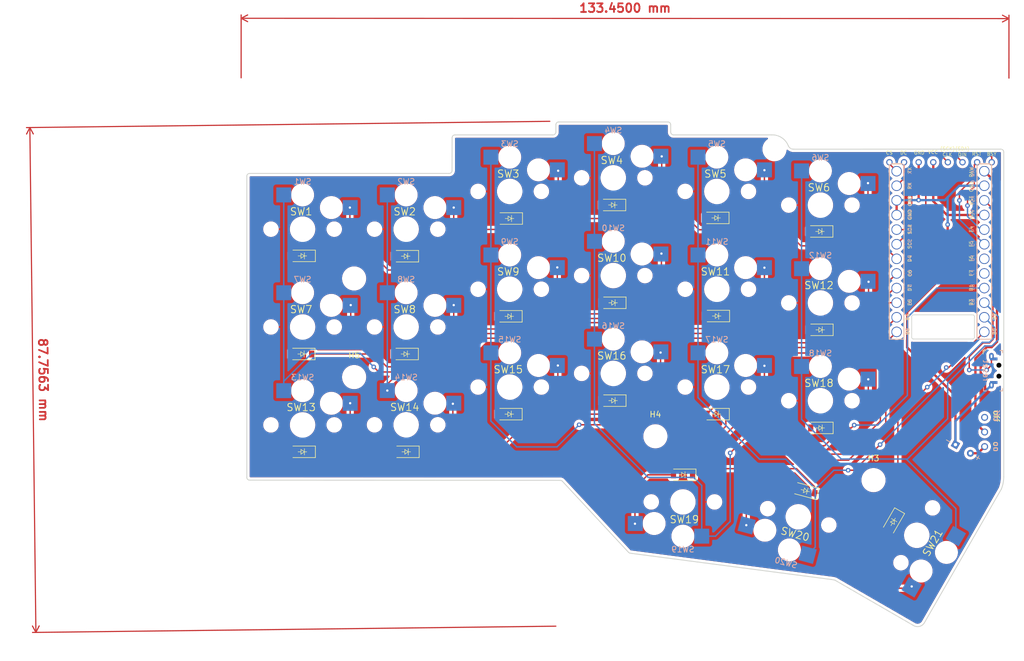
<source format=kicad_pcb>
(kicad_pcb (version 20211014) (generator pcbnew)
  (layers (0 "F.Cu" signal) (31 "B.Cu" signal) (34 "B.Paste" user) (35 "F.Paste" user) (36 "B.SilkS" user "B.Silkscreen") (37 "F.SilkS" user "F.Silkscreen") (38 "B.Mask" user) (39 "F.Mask" user) (44 "Edge.Cuts" user))
  (net 0 "")
  (net 1 "VBat")
  (net 2 "GND")
  (net 3 "row1")
  (net 4 "Net-(D1-Pad2)")
  (net 5 "Net-(D2-Pad2)")
  (net 6 "Net-(D3-Pad2)")
  (net 7 "Net-(D4-Pad2)")
  (net 8 "Net-(D5-Pad2)")
  (net 9 "Net-(D6-Pad2)")
  (net 10 "row2")
  (net 11 "Net-(D7-Pad2)")
  (net 12 "Net-(D8-Pad2)")
  (net 13 "Net-(D9-Pad2)")
  (net 14 "Net-(D10-Pad2)")
  (net 15 "Net-(D11-Pad2)")
  (net 16 "Net-(D12-Pad2)")
  (net 17 "row3")
  (net 18 "Net-(D13-Pad2)")
  (net 19 "Net-(D14-Pad2)")
  (net 20 "Net-(D15-Pad2)")
  (net 21 "Net-(D16-Pad2)")
  (net 22 "Net-(D17-Pad2)")
  (net 23 "Net-(D18-Pad2)")
  (net 24 "row4")
  (net 25 "Net-(D19-Pad2)")
  (net 26 "Net-(D20-Pad2)")
  (net 27 "Net-(D21-Pad2)")
  (net 28 "bsy")
  (net 29 "clk")
  (net 30 "cs")
  (net 31 "dc")
  (net 32 "din")
  (net 33 "rst")
  (net 34 "VCC")
  (net 35 "col1")
  (net 36 "col2")
  (net 37 "col3")
  (net 38 "col4")
  (net 39 "col5")
  (net 40 "col6")
  (net 42 "VRaw")
  (net 43 "reset")
  (footprint "MountingHole:MountingHole_3.2mm_M3_DIN965" (layer "F.Cu") (at 149.45 108.95)
    (fp_text reference "H4")
    (fp_text value "MountingHole")
  )
  (footprint "mylib:Diode" (layer "F.Cu") (at 88.1 77.6 180)
    (fp_text reference "D1" hide)
    (fp_text value "1N4148W" hide)
  )
  (footprint "mylib:Diode" (layer "F.Cu") (at 178.1 90.45 180)
    (fp_text reference "D12" hide)
    (fp_text value "1N4148W" hide)
  )
  (footprint "mylib:Kailh_Choc_Hotplug" (layer "F.Cu") (at 142.132 64.029069)
    (fp_text reference "SW4")
    (fp_text value "SW_PUSH-kbd" hide)
  )
  (footprint "mylib:Kailh_Choc_Hotplug" (layer "F.Cu") (at 178.132 68.769069)
    (fp_text reference "SW6")
    (fp_text value "SW_PUSH-kbd" hide)
  )
  (footprint "mylib:Kailh_Choc_Hotplug" (layer "F.Cu") (at 88.132 106.969069)
    (fp_text reference "SW13")
    (fp_text value "SW_PUSH-kbd" hide)
  )
  (footprint "mylib:Kailh_Choc_Hotplug" (layer "F.Cu") (at 88.132 89.949069)
    (fp_text reference "SW7")
    (fp_text value "SW_PUSH-kbd" hide)
  )
  (footprint "mylib:SW_Reset_vertical" (layer "F.Cu") (at 210.005 97.55 -90)
    (fp_text reference "SW_Reset1" hide)
    (fp_text value "SW_RESET-kbd" hide)
  )
  (footprint "mylib:Diode" (layer "F.Cu") (at 178.05 73.35 180)
    (fp_text reference "D6" hide)
    (fp_text value "1N4148W" hide)
  )
  (footprint "mylib:Kailh_Choc_Hotplug" (layer "F.Cu") (at 160.132 66.389069)
    (fp_text reference "SW5")
    (fp_text value "SW_PUSH-kbd" hide)
  )
  (footprint "mylib:Diode" (layer "F.Cu") (at 124.05 88.1 180)
    (fp_text reference "D9" hide)
    (fp_text value "1N4148W" hide)
  )
  (footprint "mylib:Kailh_Choc_Hotplug" (layer "F.Cu") (at 178.132 85.769069)
    (fp_text reference "SW12")
    (fp_text value "SW_PUSH-kbd" hide)
  )
  (footprint "mylib:Diode" (layer "F.Cu") (at 124.05 105.1 180)
    (fp_text reference "D15" hide)
    (fp_text value "1N4148W" hide)
  )
  (footprint "mylib:Diode" (layer "F.Cu") (at 124.1 71.1 180)
    (fp_text reference "D3" hide)
    (fp_text value "1N4148W" hide)
  )
  (footprint "mylib:Diode" (layer "F.Cu") (at 106.15 111.65 180)
    (fp_text reference "D14" hide)
    (fp_text value "1N4148W" hide)
  )
  (footprint "mylib:Kailh_Choc_Hotplug" (layer "F.Cu") (at 88.132 72.949069)
    (fp_text reference "SW1")
    (fp_text value "SW_PUSH-kbd" hide)
  )
  (footprint "mylib:Kailh_Choc_Hotplug" (layer "F.Cu") (at 160.132 100.394069)
    (fp_text reference "SW17")
    (fp_text value "SW_PUSH-kbd" hide)
  )
  (footprint "MountingHole:MountingHole_3.2mm_M3_DIN965" (layer "F.Cu") (at 97.092 81.519069)
    (fp_text reference "H1" hide)
    (fp_text value "MountingHole" hide)
  )
  (footprint "mylib:Kailh_Choc_Hotplug" (layer "F.Cu") (at 174.282 122.949069 165)
    (fp_text reference "SW20")
    (fp_text value "SW_PUSH-kbd" hide)
  )
  (footprint "mylib:Kailh_Choc_Hotplug" (layer "F.Cu") (at 154.232 120.359069 180)
    (fp_text reference "SW19")
    (fp_text value "SW_PUSH-kbd" hide)
  )
  (footprint "mylib:Kailh_Choc_Hotplug" (layer "F.Cu") (at 124.132 100.394069)
    (fp_text reference "SW15")
    (fp_text value "SW_PUSH-kbd" hide)
  )
  (footprint "mylib:Diode" (layer "F.Cu") (at 142.1 102.75 180)
    (fp_text reference "D16" hide)
    (fp_text value "1N4148W" hide)
  )
  (footprint "MountingHole:MountingHole_3.2mm_M3_DIN965" (layer "F.Cu") (at 170.15 59.05)
    (fp_text reference "H2" hide)
    (fp_text value "MountingHole" hide)
  )
  (footprint "mylib:Kailh_Choc_Hotplug" (layer "F.Cu") (at 106.132 106.954069)
    (fp_text reference "SW14")
    (fp_text value "SW_PUSH-kbd" hide)
  )
  (footprint "mylib:Diode" (layer "F.Cu") (at 88.05 94.65 180)
    (fp_text reference "D7" hide)
    (fp_text value "1N4148W" hide)
  )
  (footprint "mylib:Diode" (layer "F.Cu") (at 88.1 111.65 180)
    (fp_text reference "D13" hide)
    (fp_text value "1N4148W" hide)
  )
  (footprint "mylib:ProMicro_BackMount" (layer "F.Cu") (at 199 76.8375)
    (fp_text reference "U1" hide)
    (fp_text value "ProMicro-kbd")
    (fp_line (start -4.7 11) (end 5.6 11) (layer "Edge.Cuts") (width 0.12))
    (fp_line (start 5.9 11.3) (end 5.9 14.9) (layer "Edge.Cuts") (width 0.12))
    (fp_line (start -4.7 15.2) (end 5.6 15.2) (layer "Edge.Cuts") (width 0.12))
    (fp_line (start -5 11.3) (end -5 14.9) (layer "Edge.Cuts") (width 0.12))
    (fp_arc (start -5 11.3) (mid -4.912132 11.087868) (end -4.7 11) (layer "Edge.Cuts") (width 0.12))
    (fp_arc (start -4.7 15.2) (mid -4.912132 15.112132) (end -5 14.9) (layer "Edge.Cuts") (width 0.12))
    (fp_arc (start 5.9 14.9) (mid 5.812132 15.112132) (end 5.6 15.2) (layer "Edge.Cuts") (width 0.12))
    (fp_arc (start 5.6 11) (mid 5.812132 11.087868) (end 5.9 11.3) (layer "Edge.Cuts") (width 0.12))
  )
  (footprint "mylib:Kailh_Choc_Hotplug" (layer "F.Cu") (at 194.882 126.159069 -120)
    (fp_text reference "SW21")
    (fp_text value "SW_PUSH-kbd" hide)
  )
  (footprint "mylib:Diode" (layer "F.Cu") (at 142.1 85.75 180)
    (fp_text reference "D10" hide)
    (fp_text value "1N4148W" hide)
  )
  (footprint "mylib:Kailh_Choc_Hotplug" (layer "F.Cu") (at 142.132 98.019069)
    (fp_text reference "SW16")
    (fp_text value "SW_PUSH-kbd" hide)
  )
  (footprint "mylib:Diode" (layer "F.Cu") (at 106.05 77.65 180)
    (fp_text reference "D2" hide)
    (fp_text value "1N4148W" hide)
  )
  (footprint "mylib:Diode" (layer "F.Cu") (at 190.775 123.828942 -120)
    (fp_text reference "D21" hide)
    (fp_text value "1N4148W" hide)
  )
  (footprint "mylib:Kailh_Choc_Hotplug" (layer "F.Cu") (at 106.132 89.949069)
    (fp_text reference "SW8")
    (fp_text value "SW_PUSH-kbd" hide)
  )
  (footprint "mylib:Diode" (layer "F.Cu") (at 175.5 118.4 165)
    (fp_text reference "D20" hide)
    (fp_text value "1N4148W" hide)
  )
  (footprint "mylib:Kailh_Choc_Hotplug" (layer "F.Cu") (at 142.132 81.019069)
    (fp_text reference "SW10")
    (fp_text value "SW_PUSH-kbd" hide)
  )
  (footprint "mylib:Diode" (layer "F.Cu") (at 142.05 68.75 180)
    (fp_text reference "D4" hide)
    (fp_text value "1N4148W" hide)
  )
  (footprint "mylib:Diode" (layer "F.Cu") (at 160.05 105.1 180)
    (fp_text reference "D17" hide)
    (fp_text value "1N4148W" hide)
  )
  (footprint "MountingHole:MountingHole_3.2mm_M3_DIN965" (layer "F.Cu") (at 97.092 98.659069)
    (fp_text reference "H5")
    (fp_text value "MountingHole")
  )
  (footprint "mylib:Diode" (layer "F.Cu") (at 154.25 115.65 180)
    (fp_text reference "D19" hide)
    (fp_text value "1N4148W" hide)
  )
  (footprint "mylib:Kailh_Choc_Hotplug" (layer "F.Cu") (at 178.132 102.769069)
    (fp_text reference "SW18")
    (fp_text value "SW_PUSH-kbd" hide)
  )
  (footprint "mylib:Battery_pads_reversible" (layer "F.Cu") (at 202.9 111.15 150)
    (fp_text reference "Bat_main1" hide)
    (fp_text value "Conn_Battery_solderable" hide)
  )
  (footprint "mylib:Kailh_Choc_Hotplug" (layer "F.Cu") (at 124.132 66.389069)
    (fp_text reference "SW3")
    (fp_text value "SW_PUSH-kbd" hide)
  )
  (footprint "mylib:Diode" (layer "F.Cu") (at 160 71 180)
    (fp_text reference "D5" hide)
    (fp_text value "1N4148W" hide)
  )
  (footprint "MountingHole:MountingHole_3.2mm_M3_DIN965" (layer "F.Cu") (at 187.362 116.569069)
    (fp_text reference "H3")
    (fp_text value "MountingHole")
  )
  (footprint "mylib:Kailh_Choc_Hotplug" (layer "F.Cu") (at 124.132 83.389069)
    (fp_text reference "SW9")
    (fp_text value "SW_PUSH-kbd" hide)
  )
  (footprint "mylib:Diode" (layer "F.Cu") (at 106 94.65 180)
    (fp_text reference "D8" hide)
    (fp_text value "1N4148W" hide)
  )
  (footprint "mylib:Diode" (layer "F.Cu") (at 160.1 88.05 180)
    (fp_text reference "D11" hide)
    (fp_text value "1N4148W" hide)
  )
  (footprint "mylib:SW_BSI10" (layer "F.Cu") (at 209.975 108.204 -90)
    (fp_text reference "SW_Power1" hide)
    (fp_text value "SW_Battery-kbd" hide)
  )
  (footprint "mylib:Conn_EPD" (layer "F.Cu") (at 199 61.976 180)
    (fp_text reference "Display1" hide)
    (fp_text value "Conn_Display_general" hide)
  )
  (footprint "mylib:Diode" (layer "F.Cu") (at 178.1 107.5 180)
    (fp_text reference "D18" hide)
    (fp_text value "1N4148W" hide)
  )
  (footprint "mylib:Kailh_Choc_Hotplug" (layer "F.Cu") (at 160.132 83.389069)
    (fp_text reference "SW11")
    (fp_text value "SW_PUSH-kbd" hide)
  )
  (footprint "mylib:Kailh_Choc_Hotplug" (layer "F.Cu") (at 106.132 72.949069)
    (fp_text reference "SW2")
    (fp_text value "SW_PUSH-kbd" hide)
  )
  (gr_line (start 151.61152 54.313089) (end 132.65152 54.313089) (layer "Edge.Cuts") (width 0.15))
  (gr_line (start 196.172 141.419069) (end 209.58 118.13) (layer "Edge.Cuts") (width 0.15))
  (gr_line (start 131.65152 56.563089) (end 114.62152 56.563089) (layer "Edge.Cuts") (width 0.15))
  (gr_arc (start 132.922 116.609069) (mid 133.100083 116.641855) (end 133.254807 116.735921) (layer "Edge.Cuts") (width 0.15))
  (gr_arc (start 78.432 63.759069) (mid 78.578447 63.405516) (end 78.932 63.259069) (layer "Edge.Cuts") (width 0.15))
  (gr_arc (start 145.067863 129.274046) (mid 144.918921 129.22251) (end 144.792 129.129069) (layer "Edge.Cuts") (width 0.15))
  (gr_arc (start 196.172 141.419069) (mid 195.286806 142.009186) (end 194.243988 141.79856) (layer "Edge.Cuts") (width 0.15))
  (gr_line (start 133.254807 116.735921) (end 144.792 129.129069) (layer "Edge.Cuts") (width 0.15))
  (gr_arc (start 151.61152 54.313089) (mid 151.965064 54.459542) (end 152.11152 54.813089) (layer "Edge.Cuts") (width 0.15))
  (gr_arc (start 180.032076 133.843433) (mid 180.362471 133.892245) (end 180.68652 133.973089) (layer "Edge.Cuts") (width 0.15))
  (gr_arc (start 78.932 116.579069) (mid 78.578458 116.432621) (end 78.432 116.079069) (layer "Edge.Cuts") (width 0.15))
  (gr_line (start 152.11152 56.063089) (end 152.11152 54.813089) (layer "Edge.Cuts") (width 0.15))
  (gr_line (start 169.62152 56.563089) (end 152.61152 56.563089) (layer "Edge.Cuts") (width 0.15))
  (gr_line (start 132.922 116.609069) (end 78.932 116.579069) (layer "Edge.Cuts") (width 0.15))
  (gr_line (start 145.067863 129.274046) (end 180.032076 133.843433) (layer "Edge.Cuts") (width 0.15))
  (gr_arc (start 209.999999 116) (mid 209.891408 117.084995) (end 209.58 118.13) (layer "Edge.Cuts") (width 0.15))
  (gr_line (start 78.432 63.759069) (end 78.432 116.079069) (layer "Edge.Cuts") (width 0.15))
  (gr_arc (start 209.5 59.049069) (mid 209.853529 59.19552) (end 210 59.549069) (layer "Edge.Cuts") (width 0.15))
  (gr_arc (start 169.62152 56.563089) (mid 171.385948 57.040653) (end 172.55 58.45) (layer "Edge.Cuts") (width 0.15))
  (gr_arc (start 132.15152 56.063089) (mid 132.005078 56.416657) (end 131.65152 56.563089) (layer "Edge.Cuts") (width 0.15))
  (gr_line (start 132.15152 54.813089) (end 132.15152 56.063089) (layer "Edge.Cuts") (width 0.15))
  (gr_arc (start 152.61152 56.563089) (mid 152.257958 56.416649) (end 152.11152 56.063089) (layer "Edge.Cuts") (width 0.15))
  (gr_arc (start 114.112 62.759069) (mid 113.965564 63.112642) (end 113.612 63.259069) (layer "Edge.Cuts") (width 0.15))
  (gr_arc (start 132.15152 54.813089) (mid 132.297972 54.45955) (end 132.65152 54.313089) (layer "Edge.Cuts") (width 0.15))
  (gr_arc (start 173.5 59.05) (mid 172.931588 58.897903) (end 172.55 58.45) (layer "Edge.Cuts") (width 0.15))
  (gr_line (start 210 59.549069) (end 210 116) (layer "Edge.Cuts") (width 0.15))
  (gr_line (start 209.5 59.049069) (end 173.5 59.05) (layer "Edge.Cuts") (width 0.15))
  (gr_arc (start 114.12152 57.063089) (mid 114.267972 56.70955) (end 114.62152 56.563089) (layer "Edge.Cuts") (width 0.15))
  (gr_line (start 180.68652 133.973089) (end 194.243988 141.79856) (layer "Edge.Cuts") (width 0.15))
  (gr_line (start 113.612 63.259069) (end 78.932 63.259069) (layer "Edge.Cuts") (width 0.15))
  (gr_line (start 114.12152 57.063089) (end 114.112 62.759069) (layer "Edge.Cuts") (width 0.15))
  (dimension (type aligned) (layer "F.Cu") (pts (xy 77.45 47.15) (xy 210.9 47.2)) (height -10.850036) (gr_text "133.4500 mm" (at 144.179739 34.524965 359.9785329) (layer "F.Cu") (effects (font (size 1.5 1.5) (thickness 0.3)))) (format (units 3) (units_format 1) (precision 4)) (style (thickness 0.2) (arrow_length 1.27) (text_position_mode 0) (extension_height 0.58642) (extension_offset 0.5) keep_text_aligned))
  (dimension (type aligned) (layer "F.Cu") (pts (xy 131.6 54.2) (xy 132.65 141.95)) (height 90.877767) (gr_text "87.7563 mm" (at 43.053609 99.140811 270.6855578) (layer "F.Cu") (effects (font (size 1.5 1.5) (thickness 0.3)))) (format (units 3) (units_format 1) (precision 4)) (style (thickness 0.2) (arrow_length 1.27) (text_position_mode 0) (extension_height 0.58642) (extension_offset 0.5) keep_text_aligned))
  (segment (start 205.519 111.9) (end 206.675 110.744) (width 0.4) (layer "F.Cu") (net 1))
  (segment (start 204.199038 111.9) (end 205.519 111.9) (width 0.4) (layer "F.Cu") (net 1))
  (segment (start 191.38 67.9475) (end 191.38 70.4875) (width 0.4) (layer "F.Cu") (net 2))
  (segment (start 193.2 93.5) (end 201.600962 101.900962) (width 0.4) (layer "F.Cu") (net 2))
  (segment (start 200.25 80.3) (end 193.2 87.35) (width 0.4) (layer "F.Cu") (net 2))
  (segment (start 195.208 67.892) (end 195.2 67.9) (width 0.4) (layer "F.Cu") (net 2))
  (segment (start 193.2 87.35) (end 193.2 93.5) (width 0.4) (layer "F.Cu") (net 2))
  (segment (start 200.25 72.15) (end 200.25 80.3) (width 0.4) (layer "F.Cu") (net 2))
  (segment (start 201.600962 101.900962) (end 201.600962 110.4) (width 0.4) (layer "F.Cu") (net 2))
  (segment (start 195.208 61.316) (end 195.208 67.892) (width 0.4) (layer "F.Cu") (net 2))
  (via (at 195.2 67.9) (size 0.8) (drill 0.4) (layers "F.Cu" "B.Cu") (net 2))
  (via (at 200.25 72.15) (size 0.8) (drill 0.4) (layers "F.Cu" "B.Cu") (net 2))
  (segment (start 201.600962 106.304038) (end 207.855 100.05) (width 0.4) (layer "B.Cu") (net 2))
  (segment (start 199.75 67.9) (end 200.25 67.4) (width 0.4) (layer "B.Cu") (net 2))
  (segment (start 201.600962 110.4) (end 201.600962 106.304038) (width 0.4) (layer "B.Cu") (net 2))
  (segment (start 195.2 67.9) (end 191.4275 67.9) (width 0.4) (layer "B.Cu") (net 2))
  (segment (start 195.2 67.9) (end 199.75 67.9) (width 0.4) (layer "B.Cu") (net 2))
  (segment (start 202.2425 65.4075) (end 206.62 65.4075) (width 0.4) (layer "B.Cu") (net 2))
  (segment (start 200.25 67.4) (end 202.2425 65.4075) (width 0.4) (layer "B.Cu") (net 2))
  (segment (start 200.25 72.15) (end 200.25 67.4) (width 0.4) (layer "B.Cu") (net 2))
  (segment (start 191.4275 67.9) (end 191.38 67.9475) (width 0.4) (layer "B.Cu") (net 2))
  (segment (start 114.7 77.65) (end 119.35 73) (width 0.25) (layer "F.Cu") (net 3))
  (segment (start 106.85 80.05) (end 107.7 79.2) (width 0.25) (layer "F.Cu") (net 3))
  (segment (start 125.75 71.1) (end 143.05 71.1) (width 0.25) (layer "F.Cu") (net 3))
  (segment (start 89.75 77.6) (end 100.55 77.6) (width 0.25) (layer "F.Cu") (net 3))
  (segment (start 143.7 68.75) (end 152.75 68.75) (width 0.25) (layer "F.Cu") (net 3))
  (segment (start 143.05 71.1) (end 143.7 70.45) (width 0.25) (layer "F.Cu") (net 3))
  (segment (start 169.9 71) (end 174.75 75.85) (width 0.25) (layer "F.Cu") (net 3))
  (segment (start 125.75 72.7) (end 125.75 71.1) (width 0.25) (layer "F.Cu") (net 3))
  (segment (start 100.55 77.6) (end 103 80.05) (width 0.25) (layer "F.Cu") (net 3))
  (segment (start 179.7 75) (end 179.7 73.35) (width 0.25) (layer "F.Cu") (net 3))
  (segment (start 107.7 79.2) (end 107.7 77.65) (width 0.25) (layer "F.Cu") (net 3))
  (segment (start 174.75 75.85) (end 178.85 75.85) (width 0.25) (layer "F.Cu") (net 3))
  (segment (start 161.65 71) (end 169.9 71) (width 0.25) (layer "F.Cu") (net 3))
  (segment (start 152.75 68.75) (end 157.05 73.05) (width 0.25) (layer "F.Cu") (net 3))
  (segment (start 161.15 73.05) (end 161.65 72.55) (width 0.25) (layer "F.Cu") (net 3))
  (segment (start 186.6225 73.35) (end 191.38 78.1075) (width 0.25) (layer "F.Cu") (net 3))
  (segment (start 107.7 77.65) (end 114.7 77.65) (width 0.25) (layer "F.Cu") (net 3))
  (segment (start 125.45 73) (end 125.75 72.7) (width 0.25) (layer "F.Cu") (net 3))
  (segment (start 119.35 73) (end 125.45 73) (width 0.25) (layer "F.Cu") (net 3))
  (segment (start 178.85 75.85) (end 179.7 75) (width 0.25) (layer "F.Cu") (net 3))
  (segment (start 103 80.05) (end 106.85 80.05) (width 0.25) (layer "F.Cu") (net 3))
  (segment (start 179.7 73.35) (end 186.6225 73.35) (width 0.25) (layer "F.Cu") (net 3))
  (segment (start 143.7 70.45) (end 143.7 68.75) (width 0.25) (layer "F.Cu") (net 3))
  (segment (start 161.65 72.55) (end 161.65 71) (width 0.25) (layer "F.Cu") (net 3))
  (segment (start 157.05 73.05) (end 161.15 73.05) (width 0.25) (layer "F.Cu") (net 3))
  (segment (start 86.45 76.45) (end 86.45 77.6) (width 0.25) (layer "F.Cu") (net 4))
  (segment (start 96.35 69.2) (end 96.35 73.675) (width 0.25) (layer "F.Cu") (net 4))
  (segment (start 96.35 73.675) (end 94.325 75.7) (width 0.25) (layer "F.Cu") (net 4))
  (segment (start 94.325 75.7) (end 87.2 75.7) (width 0.25) (layer "F.Cu") (net 4))
  (segment (start 87.2 75.7) (end 86.45 76.45) (width 0.25) (layer "F.Cu") (net 4))
  (via (at 96.35 69.2) (size 0.8) (drill 0.4) (layers "F.Cu" "B.Cu") (net 4))
  (segment (start 96.350931 69.199069) (end 96.35 69.2) (width 0.25) (layer "B.Cu") (net 4))
  (segment (start 96.407 69.199069) (end 96.350931 69.199069) (width 0.25) (layer "B.Cu") (net 4))
  (segment (start 113.55 75.75) (end 105.45 75.75) (width 0.25) (layer "F.Cu") (net 5))
  (segment (start 105.45 75.75) (end 104.4 76.8) (width 0.25) (layer "F.Cu") (net 5))
  (segment (start 114.4 74.9) (end 113.55 75.75) (width 0.25) (layer "F.Cu") (net 5))
  (segment (start 104.4 76.8) (end 104.4 77.65) (width 0.25) (layer "F.Cu") (net 5))
  (segment (start 114.4 69.2) (end 114.4 74.9) (width 0.25) (layer "F.Cu") (net 5))
  (via (at 114.4 69.2) (size 0.8) (drill 0.4) (layers "F.Cu" "B.Cu") (net 5))
  (segment (start 114.407 69.199069) (end 114.400931 69.199069) (width 0.25) (layer "B.Cu") (net 5))
  (segment (start 114.400931 69.199069) (end 114.4 69.2) (width 0.25) (layer "B.Cu") (net 5))
  (segment (start 124.2 69.35) (end 122.45 71.1) (width 0.25) (layer "F.Cu") (net 6))
  (segment (start 131.9 69.35) (end 124.2 69.35) (width 0.25) (layer "F.Cu") (net 6))
  (segment (start 132.55 62.8) (end 132.55 68.7) (width 0.25) (layer "F.Cu") (net 6))
  (segment (start 132.55 68.7) (end 131.9 69.35) (width 0.25) (layer "F.Cu") (net 6))
  (via (at 132.55 62.8) (size 0.8) (drill 0.4) (layers "F.Cu" "B.Cu") (net 6))
  (segment (start 132.407 62.657) (end 132.55 62.8) (width 0.25) (layer "B.Cu") (net 6))
  (segment (start 132.407 62.639069) (end 132.407 62.657) (width 0.25) (layer "B.Cu") (net 6))
  (segment (start 150.55 60.3) (end 150.55 65.75) (width 0.25) (layer "F.Cu") (net 7))
  (segment (start 142.4 66.75) (end 140.4 68.75) (width 0.25) (layer "F.Cu") (net 7))
  (segment (start 150.55 65.75) (end 149.55 66.75) (width 0.25) (layer "F.Cu") (net 7))
  (segment (start 149.55 66.75) (end 142.4 66.75) (width 0.25) (layer "F.Cu") (net 7))
  (via (at 150.55 60.3) (size 0.8) (drill 0.4) (layers "F.Cu" "B.Cu") (net 7))
  (segment (start 150.529069 60.279069) (end 150.55 60.3) (width 0.25) (layer "B.Cu") (net 7))
  (segment (start 150.407 60.279069) (end 150.529069 60.279069) (width 0.25) (layer "B.Cu") (net 7))
  (segment (start 167.45 69.25) (end 160.1 69.25) (width 0.25) (layer "F.Cu") (net 8))
  (segment (start 168.4 62.7) (end 168.4 68.3) (width 0.25) (layer "F.Cu") (net 8))
  (segment (start 168.4 68.3) (end 167.45 69.25) (width 0.25) (layer "F.Cu") (net 8))
  (segment (start 160.1 69.25) (end 158.35 71) (width 0.25) (layer "F.Cu") (net 8))
  (via (at 168.4 62.7) (size 0.8) (drill 0.4) (layers "F.Cu" "B.Cu") (net 8))
  (segment (start 168.407 62.639069) (end 168.407 62.693) (width 0.25) (layer "B.Cu") (net 8))
  (segment (start 168.407 62.693) (end 168.4 62.7) (width 0.25) (layer "B.Cu") (net 8))
  (segment (start 186.4 64.95) (end 186.4 70.8) (width 0.25) (layer "F.Cu") (net 9))
  (segment (start 178.15 71.6) (end 176.4 73.35) (width 0.25) (layer "F.Cu") (net 9))
  (segment (start 185.6 71.6) (end 178.15 71.6) (width 0.25) (layer "F.Cu") (net 9))
  (segment (start 186.4 70.8) (end 185.6 71.6) (width 0.25) (layer "F.Cu") (net 9))
  (via (at 186.4 64.95) (size 0.8) (drill 0.4) (layers "F.Cu" "B.Cu") (net 9))
  (segment (start 186.407 64.957) (end 186.4 64.95) (width 0.25) (layer "B.Cu") (net 9))
  (segment (start 186.407 65.019069) (end 186.407 64.957) (width 0.25) (layer "B.Cu") (net 9))
  (segment (start 169 88.05) (end 173.65 92.7) (width 0.25) (layer "F.Cu") (net 10))
  (segment (start 125.7 88.1) (end 126.125 87.675) (width 0.25) (layer "F.Cu") (net 10))
  (segment (start 184.425 88.6) (end 188.975 84.05) (width 0.25) (layer "F.Cu") (net 10))
  (segment (start 102.775 96.875) (end 105.425 96.875) (width 0.25) (layer "F.Cu") (net 10))
  (segment (start 160.675 90.225) (end 161.75 89.15) (width 0.25) (layer "F.Cu") (net 10))
  (segment (start 161.75 89.15) (end 161.75 88.05) (width 0.25) (layer "F.Cu") (net 10))
  (segment (start 148.7 85.75) (end 153.175 90.225) (width 0.25) (layer "F.Cu") (net 10))
  (segment (start 126.125 87.675) (end 141.825 87.675) (width 0.25) (layer "F.Cu") (net 10))
  (segment (start 188.975 83.0525) (end 191.38 80.6475) (width 0.25) (layer "F.Cu") (net 10))
  (segment (start 173.65 92.7) (end 178.775 92.7) (width 0.25) (layer "F.Cu") (net 10))
  (segment (start 105.425 96.875) (end 107.65 94.65) (width 0.25) (layer "F.Cu") (net 10))
  (segment (start 161.75 88.05) (end 169 88.05) (width 0.25) (layer "F.Cu") (net 10))
  (segment (start 182.75 88.6) (end 184.425 88.6) (width 0.25) (layer "F.Cu") (net 10))
  (segment (start 89.7 94.65) (end 100.55 94.65) (width 0.25) (layer "F.Cu") (net 10))
  (segment (start 153.175 90.225) (end 160.675 90.225) (width 0.25) (layer "F.Cu") (net 10))
  (segment (start 118.45 90.3) (end 123.5 90.3) (width 0.25) (layer "F.Cu") (net 10))
  (segment (start 179.75 90.45) (end 180.9 90.45) (width 0.25) (layer "F.Cu") (net 10))
  (segment (start 141.825 87.675) (end 143.75 85.75) (width 0.25) (layer "F.Cu") (net 10))
  (segment (start 188.975 84.05) (end 188.975 83.0525) (width 0.25) (layer "F.Cu") (net 10))
  (segment (start 100.55 94.65) (end 102.775 96.875) (width 0.25) (layer "F.Cu") (net 10))
  (segment (start 178.775 92.7) (end 179.75 91.725) (width 0.25) (layer "F.Cu") (net 10))
  (segment (start 179.75 91.725) (end 179.75 90.45) (width 0.25) (layer "F.Cu") (net 10))
  (segment (start 180.9 90.45) (end 182.75 88.6) (width 0.25) (layer "F.Cu") (net 10))
  (segment (start 114.1 94.65) (end 118.45 90.3) (width 0.25) (layer "F.Cu") (net 10))
  (segment (start 143.75 85.75) (end 148.7 85.75) (width 0.25) (layer "F.Cu") (net 10))
  (segment (start 123.5 90.3) (end 125.7 88.1) (width 0.25) (layer "F.Cu") (net 10))
  (segment (start 107.65 94.65) (end 114.1 94.65) (width 0.25) (layer "F.Cu") (net 10))
  (segment (start 96.5 86.15) (end 96.5 91.05) (width 0.25) (layer "F.Cu") (net 11))
  (segment (start 96.5 91.05) (end 94.6 92.95) (width 0.25) (layer "F.Cu") (net 11))
  (segment (start 94.6 92.95) (end 87.55 92.95) (width 0.25) (layer "F.Cu") (net 11))
  (segment (start 86.4 94.1) (end 86.4 94.65) (width 0.25) (layer "F.Cu") (net 11))
  (segment (start 87.55 92.95) (end 86.4 94.1) (width 0.25) (layer "F.Cu") (net 11))
  (via (at 96.5 86.15) (size 0.8) (drill 0.4) (layers "F.Cu" "B.Cu") (net 11))
  (segment (start 112.8 92.8) (end 105.65 92.8) (width 0.25) (layer "F.Cu") (net 12))
  (segment (start 104.35 94.1) (end 104.35 94.65) (width 0.25) (layer "F.Cu") (net 12))
  (segment (start 114.4 86.15) (end 114.4 91.2) (width 0.25) (layer "F.Cu") (net 12))
  (segment (start 105.65 92.8) (end 104.35 94.1) (width 0.25) (layer "F.Cu") (net 12))
  (segment (start 114.4 91.2) (end 112.8 92.8) (width 0.25) (layer "F.Cu") (net 12))
  (via (at 114.4 86.15) (size 0.8) (drill 0.4) (layers "F.Cu" "B.Cu") (net 12))
  (segment (start 114.407 86.157) (end 114.4 86.15) (width 0.25) (layer "B.Cu") (net 12))
  (segment (start 114.407 86.199069) (end 114.407 86.157) (width 0.25) (layer "B.Cu") (net 12))
  (segment (start 131.2 86.45) (end 123.35 86.45) (width 0.25) (layer "F.Cu") (net 13))
  (segment (start 123.35 86.45) (end 122.4 87.4) (width 0.25) (layer "F.Cu") (net 13))
  (segment (start 122.4 87.4) (end 122.4 88.1) (width 0.25) (layer "F.Cu") (net 13))
  (segment (start 132.4 79.6) (end 132.4 85.25) (width 0.25) (layer "F.Cu") (net 13))
  (segment (start 132.4 85.25) (end 131.2 86.45) (width 0.25) (layer "F.Cu") (net 13))
  (via (at 132.4 79.6) (size 0.8) (drill 0.4) (layers "F.Cu" "B.Cu") (net 13))
  (segment (start 132.407 79.639069) (end 132.407 79.607) (width 0.25) (layer "B.Cu") (net 13))
  (segment (start 132.407 79.607) (end 132.4 79.6) (width 0.25) (layer "B.Cu") (net 13))
  (segment (start 149.7 84.15) (end 142.05 84.15) (width 0.25) (layer "F.Cu") (net 14))
  (segment (start 150.5 83.35) (end 149.7 84.15) (width 0.25) (layer "F.Cu") (net 14))
  (segment (start 150.5 77.2) (end 150.5 83.35) (width 0.25) (layer "F.Cu") (net 14))
  (segment (start 142.05 84.15) (end 140.45 85.75) (width 0.25) (layer "F.Cu") (net 14))
  (via (at 150.5 77.2) (size 0.8) (drill 0.4) (layers "F.Cu" "B.Cu") (net 14))
  (segment (start 150.430931 77.269069) (end 150.5 77.2) (width 0.25) (layer "B.Cu") (net 14))
  (segment (start 150.407 77.269069) (end 150.430931 77.269069) (width 0.25) (layer "B.Cu") (net 14))
  (segment (start 159.7 86.05) (end 158.45 87.3) (width 0.25) (layer "F.Cu") (net 15))
  (segment (start 166.7 86.05) (end 159.7 86.05) (width 0.25) (layer "F.Cu") (net 15))
  (segment (start 168.4 79.65) (end 168.4 84.35) (width 0.25) (layer "F.Cu") (net 15))
  (segment (start 158.45 87.3) (end 158.45 88.05) (width 0.25) (layer "F.Cu") (net 15))
  (segment (start 168.4 84.35) (end 166.7 86.05) (width 0.25) (layer "F.Cu") (net 15))
  (via (at 168.4 79.65) (size 0.8) (drill 0.4) (layers "F.Cu" "B.Cu") (net 15))
  (segment (start 168.407 79.639069) (end 168.407 79.643) (width 0.25) (layer "B.Cu") (net 15))
  (segment (start 168.407 79.643) (end 168.4 79.65) (width 0.25) (layer "B.Cu") (net 15))
  (segment (start 183.95 87.95) (end 178.95 87.95) (width 0.25) (layer "F.Cu") (net 16))
  (segment (start 186.5 85.4) (end 183.95 87.95) (width 0.25) (layer "F.Cu") (net 16))
  (segment (start 186.5 82.1) (end 186.5 85.4) (width 0.25) (layer "F.Cu") (net 16))
  (segment (start 178.95 87.95) (end 176.45 90.45) (width 0.25) (layer "F.Cu") (net 16))
  (via (at 186.5 82.1) (size 0.8) (drill 0.4) (layers "F.Cu" "B.Cu") (net 16))
  (segment (start 186.419069 82.019069) (end 186.5 82.1) (width 0.25) (layer "B.Cu") (net 16))
  (segment (start 186.407 82.019069) (end 186.419069 82.019069) (width 0.25) (layer "B.Cu") (net 16))
  (segment (start 143.75 102.75) (end 151.5 102.75) (width 0.25) (layer "F.Cu") (net 17))
  (segment (start 183.5 107.5) (end 184 107) (width 0.25) (layer "F.Cu") (net 17))
  (segment (start 161.7 105.1) (end 169.05 105.1) (width 0.25) (layer "F.Cu") (net 17))
  (segment (start 125.7 105.1) (end 141.4 105.1) (width 0.25) (layer "F.Cu") (net 17))
  (segment (start 122 111.65) (end 125.7 107.95) (width 0.25) (layer "F.Cu") (net 17))
  (segment (start 101.9 114.1) (end 106.45 114.1) (width 0.25) (layer "F.Cu") (net 17))
  (segment (start 125.7 107.95) (end 125.7 105.1) (width 0.25) (layer "F.Cu") (net 17))
  (segment (start 161.7 107.2) (end 161.7 105.1) (width 0.25) (layer "F.Cu") (net 17))
  (segment (start 106.45 114.1) (end 107.8 112.75) (width 0.25) (layer "F.Cu") (net 17))
  (segment (start 151.5 102.75) (end 156.6 107.85) (width 0.25) (layer "F.Cu") (net 17))
  (segment (start 179.75 107.5) (end 183.5 107.5) (width 0.25) (layer "F.Cu") (net 17))
  (segment (start 178.85 110.6) (end 179.75 109.7) (width 0.25) (layer "F.Cu") (net 17))
  (segment (start 107.8 112.75) (end 107.8 111.65) (width 0.25) (layer "F.Cu") (net 17))
  (segment (start 179.75 109.7) (end 179.75 107.5) (width 0.25) (layer "F.Cu") (net 17))
  (segment (start 89.75 111.65) (end 99.45 111.65) (width 0.25) (layer "F.Cu") (net 17))
  (segment (start 141.4 105.1) (end 143.75 102.75) (width 0.25) (layer "F.Cu") (net 17))
  (segment (start 169.05 105.1) (end 174.55 110.6) (width 0.25) (layer "F.Cu") (net 17))
  (segment (start 107.8 111.65) (end 122 111.65) (width 0.25) (layer "F.Cu") (net 17))
  (segment (start 99.45 111.65) (end 101.9 114.1) (width 0.25) (layer "F.Cu") (net 17))
  (segment (start 174.55 110.6) (end 178.85 110.6) (width 0.25) (layer "F.Cu") (net 17))
  (segment (start 156.6 107.85) (end 161.05 107.85) (width 0.25) (layer "F.Cu") (net 17))
  (segment (start 161.05 107.85) (end 161.7 107.2) (width 0.25) (layer "F.Cu") (net 17))
  (via (at 184 107) (size 0.8) (drill 0.4) (layers "F.Cu" "B.Cu") (net 17))
  (segment (start 188.1 107) (end 193.25 101.85) (width 0.25) (layer "B.Cu") (net 17))
  (segment (start 198.3638 83.1875) (end 206.62 83.1875) (width 0.25) (layer "B.Cu") (net 17))
  (segment (start 184 107) (end 188.1 107) (width 0.25) (layer "B.Cu") (net 17))
  (segment (start 193.25 88.3013) (end 198.3638 83.1875) (width 0.25) (layer "B.Cu") (net 17))
  (segment (start 193.25 101.85) (end 193.25 88.3013) (width 0.25) (layer "B.Cu") (net 17))
  (segment (start 96.4 108.6) (end 95.1 109.9) (width 0.25) (layer "F.Cu") (net 18))
  (segment (start 86.45 111.15) (end 86.45 111.65) (width 0.25) (layer "F.Cu") (net 18))
  (segment (start 96.4 103.2) (end 96.4 108.6) (width 0.25) (layer "F.Cu") (net 18))
  (segment (start 87.7 109.9) (end 86.45 111.15) (width 0.25) (layer "F.Cu") (net 18))
  (segment (start 95.1 109.9) (end 87.7 109.9) (width 0.25) (layer "F.Cu") (net 18))
  (via (at 96.4 103.2) (size 0.8) (drill 0.4) (layers "F.Cu" "B.Cu") (net 18))
  (segment (start 96.407 103.219069) (end 96.407 103.207) (width 0.25) (layer "B.Cu") (net 18))
  (segment (start 96.407 103.207) (end 96.4 103.2) (width 0.25) (layer "B.Cu") (net 18))
  (segment (start 106.35 109.8) (end 104.5 111.65) (width 0.25) (layer "F.Cu") (net 19))
  (segment (start 114.25 108.75) (end 113.2 109.8) (width 0.25) (layer "F.Cu") (net 19))
  (segment (start 113.2 109.8) (end 106.35 109.8) (width 0.25) (layer "F.Cu") (net 19))
  (segment (start 114.25 103.3) (end 114.25 108.75) (width 0.25) (layer "F.Cu") (net 19))
  (via (at 114.25 103.3) (size 0.8) (drill 0.4) (layers "F.Cu" "B.Cu") (net 19))
  (segment (start 114.407 103.204069) (end 114.345931 103.204069) (width 0.25) (layer "B.Cu") (net 19))
  (segment (start 114.345931 103.204069) (end 114.25 103.3) (width 0.25) (layer "B.Cu") (net 19))
  (segment (start 130.85 103.3) (end 124.2 103.3) (width 0.25) (layer "F.Cu") (net 20))
  (segment (start 124.2 103.3) (end 122.4 105.1) (width 0.25) (layer "F.Cu") (net 20))
  (segment (start 132.5 101.65) (end 130.85 103.3) (width 0.25) (layer "F.Cu") (net 20))
  (segment (start 132.5 96.65) (end 132.5 101.65) (width 0.25) (layer "F.Cu") (net 20))
  (via (at 132.5 96.65) (size 0.8) (drill 0.4) (layers "F.Cu" "B.Cu") (net 20))
  (segment (start 132.494069 96.644069) (end 132.5 96.65) (width 0.25) (layer "B.Cu") (net 20))
  (segment (start 132.407 96.644069) (end 132.494069 96.644069) (width 0.25) (layer "B.Cu") (net 20))
  (segment (start 149.65 100.9) (end 142.3 100.9) (width 0.25) (layer "F.Cu") (net 21))
  (segment (start 150.35 100.2) (end 149.65 100.9) (width 0.25) (layer "F.Cu") (net 21))
  (segment (start 142.3 100.9) (end 140.45 102.75) (width 0.25) (layer "F.Cu") (net 21))
  (segment (start 150.35 94.4) (end 150.35 100.2) (width 0.25) (layer "F.Cu") (net 21))
  (via (at 150.35 94.4) (size 0.8) (drill 0.4) (layers "F.Cu" "B.Cu") (net 21))
  (segment (start 150.407 94.343) (end 150.35 94.4) (width 0.25) (layer "B.Cu") (net 21))
  (segment (start 150.407 94.269069) (end 150.407 94.343) (width 0.25) (layer "B.Cu") (net 21))
  (segment (start 168.4 102.55) (end 167.65 103.3) (width 0.25) (layer "F.Cu") (net 22))
  (segment (start 167.65 103.3) (end 160.2 103.3) (width 0.25) (layer "F.Cu") (net 22))
  (segment (start 168.4 96.7) (end 168.4 102.55) (width 0.25) (layer "F.Cu") (net 22))
  (segment (start 160.2 103.3) (end 158.4 105.1) (width 0.25) (layer "F.Cu") (net 22))
  (via (at 168.4 96.7) (size 0.8) (drill 0.4) (layers "F.Cu" "B.Cu") (net 22))
  (segment (start 168.407 96.644069) (end 168.407 96.693) (width 0.25) (layer "B.Cu") (net 22))
  (segment (start 168.407 96.693) (end 168.4 96.7) (width 0.25) (layer "B.Cu") (net 22))
  (segment (start 186.45 104.4) (end 185.25 105.6) (width 0.25) (layer "F.Cu") (net 23))
  (segment (start 186.45 99.05) (end 186.45 104.4) (width 0.25) (layer "F.Cu") (net 23))
  (segment (start 178.35 105.6) (end 176.45 107.5) (width 0.25) (layer "F.Cu") (net 23))
  (segment (start 185.25 105.6) (end 178.35 105.6) (width 0.25) (layer "F.Cu") (net 23))
  (via (at 186.45 99.05) (size 0.8) (drill 0.4) (layers "F.Cu" "B.Cu") (net 23))
  (segment (start 186.407 99.019069) (end 186.419069 99.019069) (width 0.25) (layer "B.Cu") (net 23))
  (segment (start 186.419069 99.019069) (end 186.45 99.05) (width 0.25) (layer "B.Cu") (net 23))
  (segment (start 200.4275 97) (end 206.62 90.8075) (width 0.25) (layer "F.Cu") (net 24))
  (segment (start 191.6 122.4) (end 191.6 105.5) (width 0.25) (layer "F.Cu") (net 24))
  (segment (start 191.6 105.5) (end 196.7 100.4) (width 0.25) (layer "F.Cu") (net 24))
  (segment (start 155.9 115.65) (end 156.975 114.575) (width 0.25) (layer "F.Cu") (net 24))
  (segment (start 177.093778 118.827051) (end 181.327051 118.827051) (width 0.25) (layer "F.Cu") (net 24))
  (segment (start 173.975 114.575) (end 177.093778 117.693778) (width 0.25) (layer "F.Cu") (net 24))
  (segment (start 177.093778 117.693778) (end 177.093778 118.827051) (width 0.25) (layer "F.Cu") (net 24))
  (segment (start 156.975 114.575) (end 173.975 114.575) (width 0.25) (layer "F.Cu") (net 24))
  (segment (start 200 97) (end 200.4275 97) (width 0.25) (layer "F.Cu") (net 24))
  (segment (start 184.9 122.4) (end 191.6 122.4) (width 0.25) (layer "F.Cu") (net 24))
  (segment (start 181.327051 118.827051) (end 184.9 122.4) (width 0.25) (layer "F.Cu") (net 24))
  (via (at 196.7 100.4) (size 0.8) (drill 0.4) (layers "F.Cu" "B.Cu") (net 24))
  (via (at 200 97) (size 0.8) (drill 0.4) (layers "F.Cu" "B.Cu") (net 24))
  (segment (start 196.8237 100.4) (end 200 97.2237) (width 0.25) (layer "B.Cu") (net 24))
  (segment (start 196.7 100.4) (end 196.8237 100.4) (width 0.25) (layer "B.Cu") (net 24))
  (segment (start 200 97.2237) (end 200 97) (width 0.25) (layer "B.Cu") (net 24))
  (segment (start 145.9 124.15) (end 145.9 117.9) (width 0.25) (layer "F.Cu") (net 25))
  (segment (start 145.9 117.9) (end 148.15 115.65) (width 0.25) (layer "F.Cu") (net 25))
  (segment (start 148.15 115.65) (end 152.6 115.65) (width 0.25) (layer "F.Cu") (net 25))
  (via (at 145.9 124.15) (size 0.8) (drill 0.4) (layers "F.Cu" "B.Cu") (net 25))
  (segment (start 145.940931 124.109069) (end 145.9 124.15) (width 0.25) (layer "B.Cu") (net 25))
  (segment (start 145.957 124.109069) (end 145.940931 124.109069) (width 0.25) (layer "B.Cu") (net 25))
  (segment (start 172.783273 116.85) (end 173.906222 117.972949) (width 0.25) (layer "F.Cu") (net 26))
  (segment (start 168.325 116.85) (end 172.783273 116.85) (width 0.25) (layer "F.Cu") (net 26))
  (segment (start 165.25 119.925) (end 168.325 116.85) (width 0.25) (layer "F.Cu") (net 26))
  (segment (start 165.25 124.4) (end 165.25 119.925) (width 0.25) (layer "F.Cu") (net 26))
  (via (at 165.25 124.4) (size 0.8) (drill 0.4) (layers "F.Cu" "B.Cu") (net 26))
  (segment (start 165.318392 124.429563) (end 165.279563 124.429563) (width 0.25) (layer "B.Cu") (net 26))
  (segment (start 165.279563 124.429563) (end 165.25 124.4) (width 0.25) (layer "B.Cu") (net 26))
  (segment (start 189.7 135.35) (end 188.7 134.35) (width 0.25) (layer "F.Cu") (net 27))
  (segment (start 194 135.05) (end 193.7 135.35) (width 0.25) (layer "F.Cu") (net 27))
  (segment (start 188.7 134.35) (end 188.7 127.15) (width 0.25) (layer "F.Cu") (net 27))
  (segment (start 189.95 125.9) (end 189.95 125.257884) (width 0.25) (layer "F.Cu") (net 27))
  (segment (start 193.7 135.35) (end 189.7 135.35) (width 0.25) (layer "F.Cu") (net 27))
  (segment (start 188.7 127.15) (end 189.95 125.9) (width 0.25) (layer "F.Cu") (net 27))
  (via (at 194 135.05) (size 0.8) (drill 0.4) (layers "F.Cu" "B.Cu") (net 27))
  (segment (start 193.992095 135.057905) (end 194 135.05) (width 0.25) (layer "B.Cu") (net 27))
  (segment (start 193.992095 135.200429) (end 193.992095 135.057905) (width 0.25) (layer "B.Cu") (net 27))
  (segment (start 202.3 67.95) (end 202.3 66.5) (width 0.25) (layer "F.Cu") (net 28))
  (segment (start 204.15 60.55) (end 204.8 59.9) (width 0.25) (layer "F.Cu") (net 28))
  (segment (start 204.15 64.65) (end 204.15 60.55) (width 0.25) (layer "F.Cu") (net 28))
  (segment (start 207.908 60.408) (end 207.908 61.316) (width 0.25) (layer "F.Cu") (net 28))
  (segment (start 207.4 59.9) (end 207.908 60.408) (width 0.25) (layer "F.Cu") (net 28))
  (segment (start 204.8 59.9) (end 207.4 59.9) (width 0.25) (layer "F.Cu") (net 28))
  (segment (start 202.3 66.5) (end 204.15 64.65) (width 0.25) (layer "F.Cu") (net 28))
  (via (at 202.3 67.95) (size 0.8) (drill 0.4) (layers "F.Cu" "B.Cu") (net 28))
  (segment (start 202.3 71.2475) (end 206.62 75.5675) (width 0.25) (layer "B.Cu") (net 28))
  (segment (start 202.3 67.95) (end 202.3 71.2475) (width 0.25) (layer "B.Cu") (net 28))
  (segment (start 200.288 61.316) (end 199.122 60.15) (width 0.25) (layer "F.Cu") (net 29))
  (segment (start 196.45 60.85) (end 196.45 70.4975) (width 0.25) (layer "F.Cu") (net 29))
  (segment (start 199.122 60.15) (end 197.15 60.15) (width 0.25) (layer "F.Cu") (net 29))
  (segment (start 196.45 70.4975) (end 191.38 75.5675) (width 0.25) (layer "F.Cu") (net 29))
  (segment (start 197.15 60.15) (end 196.45 60.85) (width 0.25) (layer "F.Cu") (net 29))
  (segment (start 190.128 61.316) (end 190.128 61.6155) (width 0.25) (layer "F.Cu") (net 30))
  (segment (start 190.128 61.6155) (end 191.38 62.8675) (width 0.25) (layer "F.Cu") (net 30))
  (segment (start 192.668 64.1195) (end 191.38 65.4075) (width 0.25) (layer "F.Cu") (net 31))
  (segment (start 192.668 61.316) (end 192.668 64.1195) (width 0.25) (layer "F.Cu") (net 31))
  (segment (start 194.85 59.7) (end 194 60.55) (width 0.25) (layer "F.Cu") (net 32))
  (segment (start 202.828 61.316) (end 201.212 59.7) (width 0.25) (layer "F.Cu") (net 32))
  (segment (start 194 71.65) (end 192.6225 73.0275) (width 0.25) (layer "F.Cu") (net 32))
  (segment (start 194 60.55) (end 194 71.65) (width 0.25) (layer "F.Cu") (net 32))
  (segment (start 201.212 59.7) (end 194.85 59.7) (width 0.25) (layer "F.Cu") (net 32))
  (segment (start 192.6225 73.0275) (end 191.38 73.0275) (width 0.25) (layer "F.Cu") (net 32))
  (segment (start 205.368 61.316) (end 204.9 61.784) (width 0.25) (layer "F.Cu") (net 33))
  (segment (start 204.9 61.784) (end 204.9 65.55) (width 0.25) (layer "F.Cu") (net 33))
  (segment (start 204.9 65.55) (end 203.7 66.75) (width 0.25) (layer "F.Cu") (net 33))
  (segment (start 203.7 66.75) (end 203.7 68.85) (width 0.25) (layer "F.Cu") (net 33))
  (via (at 203.7 68.85) (size 0.8) (drill 0.4) (layers "F.Cu" "B.Cu") (net 33))
  (segment (start 205.9775 73.0275) (end 203.7 70.75) (width 0.25) (layer "B.Cu") (net 33))
  (segment (start 206.62 73.0275) (end 205.9775 73.0275) (width 0.25) (layer "B.Cu") (net 33))
  (segment (start 203.7 70.75) (end 203.7 68.85) (width 0.25) (layer "B.Cu") (net 33))
  (segment (start 197.748 61.316) (end 197.748 68.098) (width 0.4) (layer "F.Cu") (net 34))
  (segment (start 200.1375 70.4875) (end 206.62 70.4875) (width 0.4) (layer "F.Cu") (net 34))
  (segment (start 197.748 68.098) (end 200.1375 70.4875) (width 0.4) (layer "F.Cu") (net 34))
  (segment (start 173.175 93.525) (end 179.125 93.525) (width 0.25) (layer "F.Cu") (net 35))
  (segment (start 184.675 89.525) (end 191.0125 83.1875) (width 0.25) (layer "F.Cu") (net 35))
  (segment (start 160.825 91.075) (end 163.1 88.8) (width 0.25) (layer "F.Cu") (net 35))
  (segment (start 143.025 88.475) (end 144.925 86.575) (width 0.25) (layer "F.Cu") (net 35))
  (segment (start 100.5 96.9) (end 101.375 97.775) (width 0.25) (layer "F.Cu") (net 35))
  (segment (start 107.675 97.775) (end 109.9 95.55) (width 0.25) (layer "F.Cu") (net 35))
  (segment (start 109.9 95.55) (end 114.725 95.55) (width 0.25) (layer "F.Cu") (net 35))
  (segment (start 128.125 88.475) (end 143.025 88.475) (width 0.25) (layer "F.Cu") (net 35))
  (segment (start 144.925 86.575) (end 148.375 86.575) (width 0.25) (layer "F.Cu") (net 35))
  (segment (start 101.375 97.775) (end 107.675 97.775) (width 0.25) (layer "F.Cu") (net 35))
  (segment (start 163.1 88.8) (end 168.45 88.8) (width 0.25) (layer "F.Cu") (net 35))
  (segment (start 183.125 89.525) (end 184.675 89.525) (width 0.25) (layer "F.Cu") (net 35))
  (segment (start 191.0125 83.1875) (end 191.38 83.1875) (width 0.25) (layer "F.Cu") (net 35))
  (segment (start 179.125 93.525) (end 183.125 89.525) (width 0.25) (layer "F.Cu") (net 35))
  (segment (start 152.875 91.075) (end 160.825 91.075) (width 0.25) (layer "F.Cu") (net 35))
  (segment (start 190.9125 83.1875) (end 191.38 83.1875) (width 0.25) (layer "F.Cu") (net 35))
  (segment (start 114.725 95.55) (end 119.175 91.1) (width 0.25) (layer "F.Cu") (net 35))
  (segment (start 125.5 91.1) (end 128.125 88.475) (width 0.25) (layer "F.Cu") (net 35))
  (segment (start 148.375 86.575) (end 152.875 91.075) (width 0.25) (layer "F.Cu") (net 35))
  (segment (start 168.45 88.8) (end 173.175 93.525) (width 0.25) (layer "F.Cu") (net 35))
  (segment (start 119.175 91.1) (end 125.5 91.1) (width 0.25) (layer "F.Cu") (net 35))
  (via (at 100.5 96.9) (size 0.8) (drill 0.4) (layers "F.Cu" "B.Cu") (net 35))
  (segment (start 98.15 94.55) (end 100.5 96.9) (width 0.25) (layer "B.Cu") (net 35))
  (segment (start 84.857 99.393) (end 89.7 94.55) (width 0.25) (layer "B.Cu") (net 35))
  (segment (start 89.7 94.55) (end 98.15 94.55) (width 0.25) (layer "B.Cu") (net 35))
  (segment (start 84.857 83.999069) (end 84.857 101.019069) (width 0.25) (layer "B.Cu") (net 35))
  (segment (start 84.857 66.999069) (end 84.857 83.999069) (width 0.25) (layer "B.Cu") (net 35))
  (segment (start 84.857 101.019069) (end 84.857 99.393) (width 0.25) (layer "B.Cu") (net 35))
  (segment (start 102.857 101.004069) (end 102.857 99.893) (width 0.25) (layer "F.Cu") (net 36))
  (segment (start 172.825 94.475) (end 179.675 94.475) (width 0.25) (layer "F.Cu") (net 36))
  (segment (start 183.825 90.325) (end 185.525 90.325) (width 0.25) (layer "F.Cu") (net 36))
  (segment (start 148 87.5) (end 152.4 91.9) (width 0.25) (layer "F.Cu") (net 36))
  (segment (start 102.857 99.893) (end 104.05 98.7) (width 0.25) (layer "F.Cu") (net 36))
  (segment (start 185.525 90.325) (end 190.1225 85.7275) (width 0.25) (layer "F.Cu") (net 36))
  (segment (start 119.8 91.9) (end 126.55 91.9) (width 0.25) (layer "F.Cu") (net 36))
  (segment (start 108.35 98.7) (end 110.6 96.45) (width 0.25) (layer "F.Cu") (net 36))
  (segment (start 168 89.65) (end 172.825 94.475) (width 0.25) (layer "F.Cu") (net 36))
  (segment (start 190.1225 85.7275) (end 191.38 85.7275) (width 0.25) (layer "F.Cu") (net 36))
  (segment (start 152.4 91.9) (end 161.1 91.9) (width 0.25) (layer "F.Cu") (net 36))
  (segment (start 143.65 89.2) (end 145.35 87.5) (width 0.25) (layer "F.Cu") (net 36))
  (segment (start 115.25 96.45) (end 119.8 91.9) (width 0.25) (layer "F.Cu") (net 36))
  (segment (start 179.675 94.475) (end 183.825 90.325) (width 0.25) (layer "F.Cu") (net 36))
  (segment (start 129.25 89.2) (end 143.65 89.2) (width 0.25) (layer "F.Cu") (net 36))
  (segment (start 161.1 91.9) (end 163.35 89.65) (width 0.25) (layer "F.Cu") (net 36))
  (segment (start 126.55 91.9) (end 129.25 89.2) (width 0.25) (layer "F.Cu") (net 36))
  (segment (start 104.05 98.7) (end 108.35 98.7) (width 0.25) (layer "F.Cu") (net 36))
  (segment (start 110.6 96.45) (end 115.25 96.45) (width 0.25) (layer "F.Cu") (net 36))
  (segment (start 145.35 87.5) (end 148 87.5) (width 0.25) (layer "F.Cu") (net 36))
  (segment (start 163.35 89.65) (end 168 89.65) (width 0.25) (layer "F.Cu") (net 36))
  (via (at 102.857 101.004069) (size 0.8) (drill 0.4) (layers "F.Cu" "B.Cu") (net 36))
  (segment (start 102.857 66.999069) (end 102.857 83.999069) (width 0.25) (layer "B.Cu") (net 36))
  (segment (start 102.857 83.999069) (end 102.857 101.004069) (width 0.25) (layer "B.Cu") (net 36))
  (segment (start 155.7 109.3) (end 161 109.3) (width 0.25) (layer "F.Cu") (net 37))
  (segment (start 161 109.3) (end 163.5 106.8) (width 0.25) (layer "F.Cu") (net 37))
  (segment (start 136.2 106.95) (end 141.85 106.95) (width 0.25) (layer "F.Cu") (net 37))
  (segment (start 144.85 103.95) (end 150.35 103.95) (width 0.25) (layer "F.Cu") (net 37))
  (segment (start 150.35 103.95) (end 155.7 109.3) (width 0.25) (layer "F.Cu") (net 37))
  (segment (start 188.55 106.3) (end 188.55 91.0975) (width 0.25) (layer "F.Cu") (net 37))
  (segment (start 182.8 112.05) (end 188.55 106.3) (width 0.25) (layer "F.Cu") (net 37))
  (segment (start 168.95 106.8) (end 174.2 112.05) (width 0.25) (layer "F.Cu") (net 37))
  (segment (start 163.5 106.8) (end 168.95 106.8) (width 0.25) (layer "F.Cu") (net 37))
  (segment (start 188.55 91.0975) (end 191.38 88.2675) (width 0.25) (layer "F.Cu") (net 37))
  (segment (start 141.85 106.95) (end 144.85 103.95) (width 0.25) (layer "F.Cu") (net 37))
  (segment (start 174.2 112.05) (end 182.8 112.05) (width 0.25) (layer "F.Cu") (net 37))
  (via (at 136.2 106.95) (size 0.8) (drill 0.4) (layers "F.Cu" "B.Cu") (net 37))
  (segment (start 120.857 94.444069) (end 120.857 106.307) (width 0.25) (layer "B.Cu") (net 37))
  (segment (start 120.857 77.439069) (end 120.857 94.444069) (width 0.25) (layer "B.Cu") (net 37))
  (segment (start 120.857 106.307) (end 125.35 110.8) (width 0.25) (layer "B.Cu") (net 37))
  (segment (start 125.35 110.8) (end 132.35 110.8) (width 0.25) (layer "B.Cu") (net 37))
  (segment (start 132.35 110.8) (end 136.2 106.95) (width 0.25) (layer "B.Cu") (net 37))
  (segment (start 120.857 60.439069) (end 120.857 77.439069) (width 0.25) (layer "B.Cu") (net 37))
  (segment (start 169.9 109.3) (end 173.7 113.1) (width 0.25) (layer "F.Cu") (net 38))
  (segment (start 183.025 113.1) (end 189.5 106.625) (width 0.25) (layer "F.Cu") (net 38))
  (segment (start 162.45 111.85) (end 165 109.3) (width 0.25) (layer "F.Cu") (net 38))
  (segment (start 189.5 106.625) (end 189.5 92.6875) (width 0.25) (layer "F.Cu") (net 38))
  (segment (start 165 109.3) (end 169.9 109.3) (width 0.25) (layer "F.Cu") (net 38))
  (segment (start 189.5 92.6875) (end 191.38 90.8075) (width 0.25) (layer "F.Cu") (net 38))
  (segment (start 173.7 113.1) (end 183.025 113.1) (width 0.25) (layer "F.Cu") (net 38))
  (via (at 162.45 111.85) (size 0.8) (drill 0.4) (layers "F.Cu" "B.Cu") (net 38))
  (segment (start 138.857 106.757) (end 148.2 116.1) (width 0.25) (layer "B.Cu") (net 38))
  (segment (start 162.45 123.75) (end 162.45 111.85) (width 0.25) (layer "B.Cu") (net 38))
  (segment (start 161.95 124.25) (end 162.45 123.75) (width 0.25) (layer "B.Cu") (net 38))
  (segment (start 148.2 116.1) (end 156.1 116.1) (width 0.25) (layer "B.Cu") (net 38))
  (segment (start 138.857 75.069069) (end 138.857 92.069069) (width 0.25) (layer "B.Cu") (net 38))
  (segment (start 138.857 92.069069) (end 138.857 106.757) (width 0.25) (layer "B.Cu") (net 38))
  (segment (start 156.1 116.1) (end 157.507 117.507) (width 0.25) (layer "B.Cu") (net 38))
  (segment (start 157.507 117.507) (end 157.507 126.309069) (width 0.25) (layer "B.Cu") (net 38))
  (segment (start 159.890931 126.309069) (end 161.95 124.25) (width 0.25) (layer "B.Cu") (net 38))
  (segment (start 157.507 126.309069) (end 159.890931 126.309069) (width 0.25) (layer "B.Cu") (net 38))
  (segment (start 138.857 58.079069) (end 138.857 75.069069) (width 0.25) (layer "B.Cu") (net 38))
  (segment (start 184.05 114.85) (end 188.5 110.4) (width 0.25) (layer "F.Cu") (net 39))
  (segment (start 182.95 114.85) (end 184.05 114.85) (width 0.25) (layer "F.Cu") (net 39))
  (via (at 188.5 110.4) (size 0.8) (drill 0.4) (layers "F.Cu" "B.Cu") (net 39))
  (via (at 182.95 114.85) (size 0.8) (drill 0.4) (layers "F.Cu" "B.Cu") (net 39))
  (segment (start 172.1 112.925) (end 177.225 118.05) (width 0.25) (layer "B.Cu") (net 39))
  (segment (start 180.475 114.85) (end 182.95 114.85) (width 0.25) (layer "B.Cu") (net 39))
  (segment (start 188.5 110.4) (end 206.275 92.625) (width 0.25) (layer "B.Cu") (net 39))
  (segment (start 206.275 92.625) (end 207.5 92.625) (width 0.25) (layer "B.Cu") (net 39))
  (segment (start 208.375 91.75) (end 208.375 90.0225) (width 0.25) (layer "B.Cu") (net 39))
  (segment (start 177.225 118.05) (end 177.225 118.1) (width 0.25) (layer "B.Cu") (net 39))
  (segment (start 177.225 128.224394) (end 177.225 118.1) (width 0.25) (layer "B.Cu") (net 39))
  (segment (start 208.375 90.0225) (end 206.62 88.2675) (width 0.25) (layer "B.Cu") (net 39))
  (segment (start 207.5 92.625) (end 208.375 91.75) (width 0.25) (layer "B.Cu") (net 39))
  (segment (start 175.905434 129.54396) (end 177.225 128.224394) (width 0.25) (layer "B.Cu") (net 39))
  (segment (start 156.857 60.439069) (end 156.857 77.439069) (width 0.25) (layer "B.Cu") (net 39))
  (segment (start 167.55 112.925) (end 172.1 112.925) (width 0.25) (layer "B.Cu") (net 39))
  (segment (start 156.857 102.232) (end 167.55 112.925) (width 0.25) (layer "B.Cu") (net 39))
  (segment (start 156.857 94.444069) (end 156.857 102.232) (width 0.25) (layer "B.Cu") (net 39))
  (segment (start 177.225 118.1) (end 180.475 114.85) (width 0.25) (layer "B.Cu") (net 39))
  (segment (start 156.857 77.439069) (end 156.857 94.444069) (width 0.25) (layer "B.Cu") (net 39))
  (segment (start 174.857 106.007) (end 181.75 112.9) (width 0.25) (layer "B.Cu") (net 40))
  (segment (start 174.857 62.819069) (end 174.857 79.819069) (width 0.25) (layer "B.Cu") (net 40))
  (segment (start 200.25 99.7) (end 200.25 105.9) (width 0.25) (layer "B.Cu") (net 40))
  (segment (start 193.05 112.9) (end 193.15 113) (width 0.25) (layer "B.Cu") (net 40))
  (segment (start 206.7 93.25) (end 200.25 99.7) (width 0.25) (layer "B.Cu") (net 40))
  (segment (start 206.62 85.7275) (end 209.05 88.1575) (width 0.25) (layer "B.Cu") (net 40))
  (segment (start 200.25 105.9) (end 193.15 113) (width 0.25) (layer "B.Cu") (net 40))
  (segment (start 174.857 79.819069) (end 174.857 96.819069) (width 0.25) (layer "B.Cu") (net 40))
  (segment (start 209.05 88.1575) (end 209.05 92.15) (width 0.25) (layer "B.Cu") (net 40))
  (segment (start 181.75 112.9) (end 193.05 112.9) (width 0.25) (layer "B.Cu") (net 40))
  (segment (start 209.05 92.15) (end 207.95 93.25) (width 0.25) (layer "B.Cu") (net 40))
  (segment (start 201.672351 121.522351) (end 201.672351 126.297836) (width 0.25) (layer "B.Cu") (net 40))
  (segment (start 174.857 96.819069) (end 174.857 106.007) (width 0.25) (layer "B.Cu") (net 40))
  (segment (start 193.15 113) (end 201.672351 121.522351) (width 0.25) (layer "B.Cu") (net 40))
  (segment (start 207.95 93.25) (end 206.7 93.25) (width 0.25) (layer "B.Cu") (net 40))
  (segment (start 206.62 62.8675) (end 208.824511 65.072011) (width 0.4) (layer "F.Cu") (net 42))
  (segment (start 208.824511 65.072011) (end 208.824511 92.525489) (width 0.4) (layer "F.Cu") (net 42))
  (segment (start 205.075 95.425) (end 205.075 106.604) (width 0.4) (layer "F.Cu") (net 42))
  (segment (start 207.9 93.45) (end 207.05 93.45) (width 0.4) (layer "F.Cu") (net 42))
  (segment (start 208.824511 92.525489) (end 207.9 93.45) (width 0.4) (layer "F.Cu") (net 42))
  (segment (start 205.075 106.604) (end 206.675 108.204) (width 0.4) (layer "F.Cu") (net 42))
  (segment (start 207.05 93.45) (end 205.075 95.425) (width 0.4) (layer "F.Cu") (net 42))
  (segment (start 208.125 69.4525) (end 206.62 67.9475) (width 0.25) (layer "F.Cu") (net 43))
  (segment (start 208.125 92.125) (end 208.125 69.4525) (width 0.25) (layer "F.Cu") (net 43))
  (segment (start 207.855 96.595) (end 207.025 97.425) (width 0.25) (layer "F.Cu") (net 43))
  (segment (start 204 97.425) (end 204 95.1) (width 0.25) (layer "F.Cu") (net 43))
  (segment (start 207.525 92.725) (end 208.125 92.125) (width 0.25) (layer "F.Cu") (net 43))
  (segment (start 206.375 92.725) (end 207.525 92.725) (width 0.25) (layer "F.Cu") (net 43))
  (segment (start 207.855 95.05) (end 207.855 96.595) (width 0.25) (layer "F.Cu") (net 43))
  (segment (start 204 95.1) (end 206.375 92.725) (width 0.25) (layer "F.Cu") (net 43))
  (via (at 207.025 97.425) (size 0.8) (drill 0.4) (layers "F.Cu" "B.Cu") (net 43))
  (via (at 204 97.425) (size 0.8) (drill 0.4) (layers "F.Cu" "B.Cu") (net 43))
  (segment (start 204 97.425) (end 207.025 97.425) (width 0.25) (layer "B.Cu") (net 43))
  (zone (net 0) (net_name "") (layer "F.Cu") (connect_pads (clearance 0.508)) (min_thickness 0.254) (fill yes (thermal_gap 0.508) (thermal_bridge_width 0.508))
    (polygon (pts (xy 210.692 147.07) (xy 75.692 147.07) (xy 75.692 52.07) (xy 210.692 52.07)))
  )
  (zone (net 0) (net_name "") (layer "B.Cu") (connect_pads (clearance 0.508)) (min_thickness 0.254) (fill yes (thermal_gap 0.508) (thermal_bridge_width 0.508))
    (polygon (pts (xy 210.442 148.055579) (xy 75.442 148.055579) (xy 75.442 53.055579) (xy 210.442 53.055579)))
  )
)
</source>
